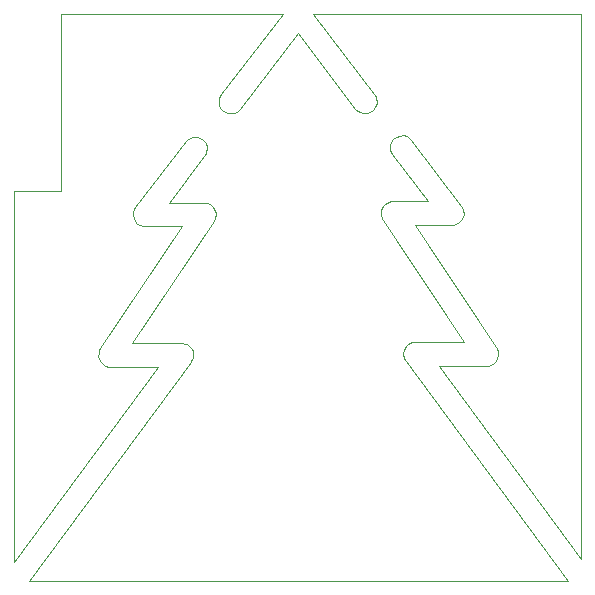
<source format=gm1>
%TF.GenerationSoftware,Altium Limited,Altium Designer,23.1.1 (15)*%
G04 Layer_Color=16711935*
%FSLAX42Y42*%
%MOMM*%
%TF.SameCoordinates,B28E977E-5D45-45F3-9009-D632A0DEB075*%
%TF.FilePolarity,Positive*%
%TF.FileFunction,Other,Mechanical_1*%
%TF.Part,Single*%
G01*
G75*
%TA.AperFunction,NonConductor*%
%ADD34C,0.00*%
D34*
X4800Y187D02*
Y4800D01*
X2527D02*
X4800D01*
X2527D02*
X3047Y4119D01*
X3047Y4119D02*
X3047Y4119D01*
X3047Y4119D02*
X3052Y4112D01*
X3060Y4098D01*
X3065Y4082D01*
X3068Y4066D01*
Y4058D02*
Y4066D01*
Y4042D02*
Y4058D01*
X3058Y4012D02*
X3068Y4042D01*
X3040Y3987D02*
X3058Y4012D01*
X3015Y3968D02*
X3040Y3987D01*
X2985Y3958D02*
X3015Y3968D01*
X2954Y3958D02*
X2985Y3958D01*
X2924Y3967D02*
X2954Y3958D01*
X2898Y3985D02*
X2924Y3967D01*
X2889Y3997D02*
X2898Y3985D01*
X2400Y4636D02*
X2889Y3997D01*
X1912D02*
X2400Y4636D01*
X1912Y3997D02*
X1912D01*
X1904Y3987D02*
X1912Y3997D01*
X1883Y3971D02*
X1904Y3987D01*
X1859Y3961D02*
X1883Y3971D01*
X1833Y3957D02*
X1859Y3961D01*
X1807Y3961D02*
X1833Y3957D01*
X1782Y3971D02*
X1807Y3961D01*
X1761Y3987D02*
X1782Y3971D01*
X1745Y4007D02*
X1761Y3987D01*
X1735Y4032D02*
X1745Y4007D01*
X1732Y4058D02*
X1735Y4032D01*
X1732Y4058D02*
X1735Y4084D01*
X1745Y4108D01*
X1753Y4119D01*
X2274Y4800D01*
X400D02*
X2274D01*
X400Y3300D02*
Y4800D01*
X0Y3300D02*
X400D01*
X0Y163D02*
Y3300D01*
Y163D02*
X1216Y1813D01*
X800D02*
X1216D01*
X773Y1820D02*
X800Y1813D01*
X750Y1834D02*
X773Y1820D01*
X731Y1854D02*
X750Y1834D01*
X718Y1878D02*
X731Y1854D01*
X713Y1904D02*
X718Y1878D01*
X713Y1904D02*
X714Y1931D01*
X722Y1957D01*
X730Y1969D01*
X1419Y3003D01*
X1092D02*
X1419D01*
X1066Y3011D02*
X1092Y3003D01*
X1042Y3025D02*
X1066Y3011D01*
X1023Y3046D02*
X1042Y3025D01*
X1011Y3071D02*
X1023Y3046D01*
X1005Y3099D02*
X1011Y3071D01*
X1005Y3099D02*
X1008Y3126D01*
X1018Y3152D01*
X1027Y3164D01*
X1451Y3721D01*
Y3721D02*
Y3721D01*
Y3721D02*
X1460Y3734D01*
X1486Y3752D01*
X1516Y3761D01*
X1547Y3760D01*
X1577Y3750D01*
X1602Y3732D01*
X1621Y3706D01*
X1630Y3676D01*
Y3661D02*
Y3676D01*
Y3652D02*
Y3661D01*
X1628Y3636D02*
X1630Y3652D01*
X1623Y3621D02*
X1628Y3636D01*
X1615Y3606D02*
X1623Y3621D01*
X1610Y3600D02*
X1615Y3606D01*
X1308Y3203D02*
X1610Y3600D01*
X1308Y3203D02*
X1616D01*
X1636Y3199D01*
X1654Y3192D01*
X1670Y3181D01*
X1684Y3167D01*
X1695Y3150D01*
X1703Y3132D01*
X1706Y3113D01*
Y3103D02*
Y3113D01*
Y3096D02*
Y3103D01*
X1704Y3081D02*
X1706Y3096D01*
X1700Y3067D02*
X1704Y3081D01*
X1694Y3054D02*
X1700Y3067D01*
X1690Y3047D02*
X1694Y3054D01*
X1000Y2013D02*
X1690Y3047D01*
X1000Y2013D02*
X1424D01*
X1443Y2009D01*
X1461Y2002D01*
X1478Y1991D01*
X1492Y1977D01*
X1502Y1960D01*
X1510Y1942D01*
X1514Y1923D01*
Y1913D02*
Y1923D01*
Y1905D02*
Y1913D01*
X1511Y1889D02*
X1514Y1905D01*
X1506Y1874D02*
X1511Y1889D01*
X1499Y1860D02*
X1506Y1874D01*
X1494Y1854D02*
X1499Y1860D01*
X128Y0D02*
X1494Y1854D01*
X128Y0D02*
X4689D01*
X3316Y1864D02*
X4689Y0D01*
X3311Y1870D02*
X3316Y1864D01*
X3304Y1884D02*
X3311Y1870D01*
X3299Y1899D02*
X3304Y1884D01*
X3296Y1915D02*
X3299Y1899D01*
X3296Y1915D02*
Y1923D01*
Y1933D01*
X3300Y1952D01*
X3308Y1970D01*
X3318Y1987D01*
X3332Y2001D01*
X3349Y2012D01*
X3367Y2019D01*
X3386Y2023D01*
X3810D01*
X3120Y3057D02*
X3810Y2023D01*
X3116Y3064D02*
X3120Y3057D01*
X3110Y3077D02*
X3116Y3064D01*
X3106Y3091D02*
X3110Y3077D01*
X3104Y3106D02*
X3106Y3091D01*
X3104Y3106D02*
Y3113D01*
Y3123D01*
X3107Y3142D01*
X3115Y3160D01*
X3126Y3177D01*
X3140Y3191D01*
X3156Y3202D01*
X3174Y3209D01*
X3194Y3213D01*
X3502D01*
X3200Y3610D02*
X3502Y3213D01*
X3195Y3616D02*
X3200Y3610D01*
X3187Y3631D02*
X3195Y3616D01*
X3182Y3646D02*
X3187Y3631D01*
X3180Y3662D02*
X3182Y3646D01*
X3180Y3662D02*
Y3671D01*
Y3686D01*
X3189Y3716D01*
X3208Y3742D01*
X3233Y3760D01*
X3263Y3770D01*
X3294Y3771D01*
X3324Y3762D01*
X3350Y3744D01*
X3359Y3731D01*
X3359Y3731D01*
X3783Y3174D01*
X3792Y3162D01*
X3802Y3136D01*
X3805Y3109D01*
X3799Y3081D02*
X3805Y3109D01*
X3787Y3056D02*
X3799Y3081D01*
X3768Y3035D02*
X3787Y3056D01*
X3744Y3021D02*
X3768Y3035D01*
X3718Y3013D02*
X3744Y3021D01*
X3391Y3013D02*
X3718D01*
X3391D02*
X4080Y1979D01*
X4088Y1967D01*
X4096Y1941D01*
X4097Y1914D01*
X4092Y1888D02*
X4097Y1914D01*
X4079Y1864D02*
X4092Y1888D01*
X4060Y1844D02*
X4079Y1864D01*
X4037Y1830D02*
X4060Y1844D01*
X4010Y1823D02*
X4037Y1830D01*
X3594Y1823D02*
X4010D01*
X3594D02*
X4800Y187D01*
%TF.MD5,03f7dd059fe9f421873474be258ca562*%
M02*

</source>
